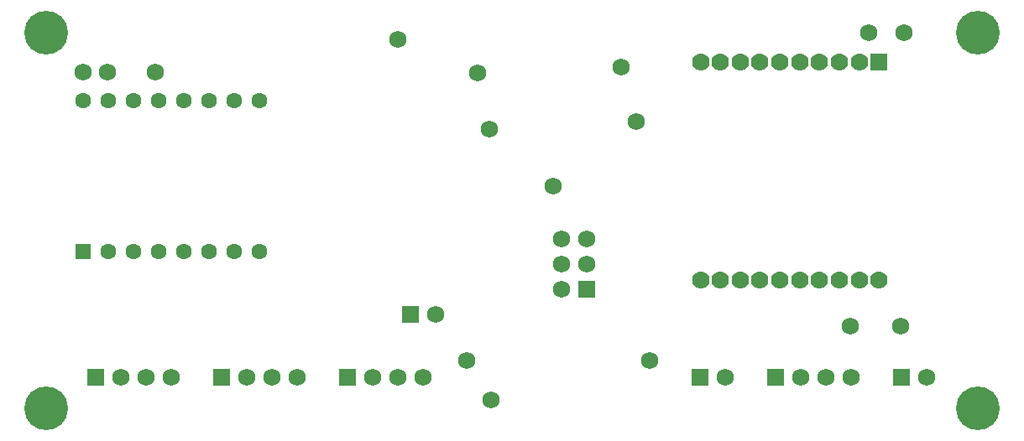
<source format=gbs>
G04 (created by PCBNEW-RS274X (2012-01-19 BZR 3256)-stable) date Sun 13 Jan 2013 10:48:50 GMT*
G01*
G70*
G90*
%MOIN*%
G04 Gerber Fmt 3.4, Leading zero omitted, Abs format*
%FSLAX34Y34*%
G04 APERTURE LIST*
%ADD10C,0.006000*%
%ADD11C,0.070000*%
%ADD12R,0.070000X0.070000*%
%ADD13R,0.068000X0.068000*%
%ADD14C,0.068000*%
%ADD15C,0.173400*%
%ADD16R,0.063000X0.063000*%
%ADD17C,0.063000*%
G04 APERTURE END LIST*
G54D10*
G54D11*
X72834Y-33465D03*
X72047Y-33465D03*
X71260Y-33465D03*
X70472Y-33465D03*
X69685Y-33465D03*
X68897Y-33465D03*
X68110Y-33465D03*
X67323Y-33465D03*
X66535Y-33465D03*
X66535Y-42126D03*
X67323Y-42126D03*
X68110Y-42126D03*
X68897Y-42126D03*
X69685Y-42126D03*
X70472Y-42126D03*
X71260Y-42126D03*
X72047Y-42126D03*
X72834Y-42126D03*
X73622Y-42126D03*
G54D12*
X73622Y-33465D03*
G54D13*
X52500Y-46000D03*
G54D14*
X53500Y-46000D03*
X54500Y-46000D03*
X55500Y-46000D03*
G54D13*
X69500Y-46000D03*
G54D14*
X70500Y-46000D03*
X71500Y-46000D03*
X72500Y-46000D03*
G54D13*
X42500Y-46000D03*
G54D14*
X43500Y-46000D03*
X44500Y-46000D03*
X45500Y-46000D03*
G54D13*
X47500Y-46000D03*
G54D14*
X48500Y-46000D03*
X49500Y-46000D03*
X50500Y-46000D03*
G54D13*
X74500Y-46000D03*
G54D14*
X75500Y-46000D03*
G54D13*
X62000Y-42500D03*
G54D14*
X61000Y-42500D03*
X62000Y-41500D03*
X61000Y-41500D03*
X62000Y-40500D03*
X61000Y-40500D03*
G54D13*
X55000Y-43500D03*
G54D14*
X56000Y-43500D03*
G54D15*
X77559Y-47244D03*
X40551Y-47244D03*
X77559Y-32283D03*
X40551Y-32283D03*
G54D13*
X66500Y-46000D03*
G54D14*
X67500Y-46000D03*
G54D16*
X42000Y-41000D03*
G54D17*
X43000Y-41000D03*
X44000Y-41000D03*
X45000Y-41000D03*
X46000Y-41000D03*
X47000Y-41000D03*
X48000Y-41000D03*
X49000Y-41000D03*
X49000Y-35000D03*
X48000Y-35000D03*
X47000Y-35000D03*
X46000Y-35000D03*
X45000Y-35000D03*
X44000Y-35000D03*
X43000Y-35000D03*
X42000Y-35000D03*
G54D14*
X57677Y-33898D03*
X57244Y-45315D03*
X64528Y-45315D03*
X58228Y-46890D03*
X58150Y-36142D03*
X74488Y-43976D03*
X63386Y-33661D03*
X54528Y-32559D03*
X44882Y-33858D03*
X42008Y-33858D03*
X42992Y-33858D03*
X60669Y-38386D03*
X74606Y-32283D03*
X73228Y-32283D03*
X63976Y-35827D03*
X72480Y-43976D03*
M02*

</source>
